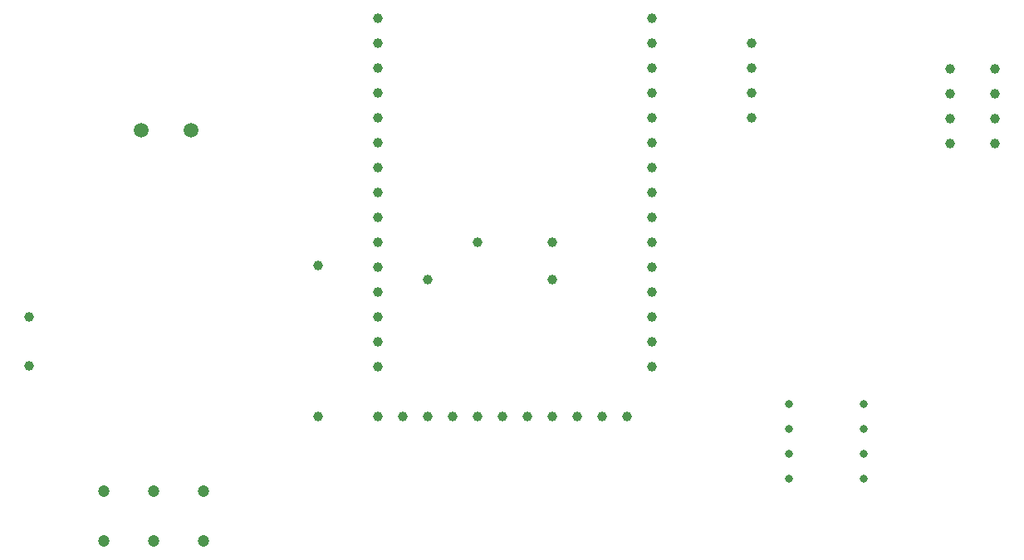
<source format=gbr>
%TF.GenerationSoftware,KiCad,Pcbnew,(5.1.2)-1*%
%TF.CreationDate,2019-05-13T00:34:28+02:00*%
%TF.ProjectId,main,6d61696e-2e6b-4696-9361-645f70636258,rev?*%
%TF.SameCoordinates,Original*%
%TF.FileFunction,Plated,1,2,PTH,Drill*%
%TF.FilePolarity,Positive*%
%FSLAX46Y46*%
G04 Gerber Fmt 4.6, Leading zero omitted, Abs format (unit mm)*
G04 Created by KiCad (PCBNEW (5.1.2)-1) date 2019-05-13 00:34:28*
%MOMM*%
%LPD*%
G04 APERTURE LIST*
%TA.AperFunction,ComponentDrill*%
%ADD10C,0.800000*%
%TD*%
%TA.AperFunction,ViaDrill*%
%ADD11C,1.000000*%
%TD*%
%TA.AperFunction,ComponentDrill*%
%ADD12C,1.000000*%
%TD*%
%TA.AperFunction,ComponentDrill*%
%ADD13C,1.200000*%
%TD*%
%TA.AperFunction,ComponentDrill*%
%ADD14C,1.501140*%
%TD*%
G04 APERTURE END LIST*
D10*
%TO.C,U1*%
X234950000Y-90170000D03*
X234950000Y-92710000D03*
X234950000Y-95250000D03*
X234950000Y-97790000D03*
X242570000Y-90170000D03*
X242570000Y-92710000D03*
X242570000Y-95250000D03*
X242570000Y-97790000D03*
%TD*%
D11*
X198120000Y-77470000D03*
X203200000Y-73660000D03*
X210820000Y-73660000D03*
X210820000Y-77470000D03*
D12*
%TO.C,J3*%
X193040000Y-91440000D03*
X195580000Y-91440000D03*
X198120000Y-91440000D03*
X200660000Y-91440000D03*
X203200000Y-91440000D03*
X205740000Y-91440000D03*
X208280000Y-91440000D03*
X210820000Y-91440000D03*
X213360000Y-91440000D03*
X215900000Y-91440000D03*
X218440000Y-91440000D03*
%TO.C,J7*%
X255933000Y-56007000D03*
X255933000Y-58547000D03*
X255933000Y-61087000D03*
X255933000Y-63627000D03*
%TO.C,J4*%
X220980000Y-50800000D03*
X220980000Y-53340000D03*
X220980000Y-55880000D03*
X220980000Y-58420000D03*
X220980000Y-60960000D03*
X220980000Y-63500000D03*
X220980000Y-66040000D03*
X220980000Y-68580000D03*
X220980000Y-71120000D03*
X220980000Y-73660000D03*
X220980000Y-76200000D03*
X220980000Y-78740000D03*
X220980000Y-81280000D03*
X220980000Y-83820000D03*
X220980000Y-86360000D03*
%TO.C,J2*%
X193040000Y-50800000D03*
X193040000Y-53340000D03*
X193040000Y-55880000D03*
X193040000Y-58420000D03*
X193040000Y-60960000D03*
X193040000Y-63500000D03*
X193040000Y-66040000D03*
X193040000Y-68580000D03*
X193040000Y-71120000D03*
X193040000Y-73660000D03*
X193040000Y-76200000D03*
X193040000Y-78740000D03*
X193040000Y-81280000D03*
X193040000Y-83820000D03*
X193040000Y-86360000D03*
%TO.C,J5*%
X231140000Y-53340000D03*
X231140000Y-55880000D03*
X231140000Y-58420000D03*
X231140000Y-60960000D03*
%TO.C,J6*%
X251333000Y-56007000D03*
X251333000Y-58547000D03*
X251333000Y-61087000D03*
X251333000Y-63627000D03*
%TO.C,PS1*%
X157480000Y-81280000D03*
X157480000Y-86280000D03*
X186880000Y-76080000D03*
X186880000Y-91480000D03*
D13*
%TO.C,SW1*%
X165100000Y-99060000D03*
X165100000Y-104140000D03*
X170180000Y-99060000D03*
X170180000Y-104140000D03*
X175260000Y-99060000D03*
X175260000Y-104140000D03*
D14*
%TO.C,J1*%
X168910000Y-62230000D03*
X173990000Y-62230000D03*
M02*

</source>
